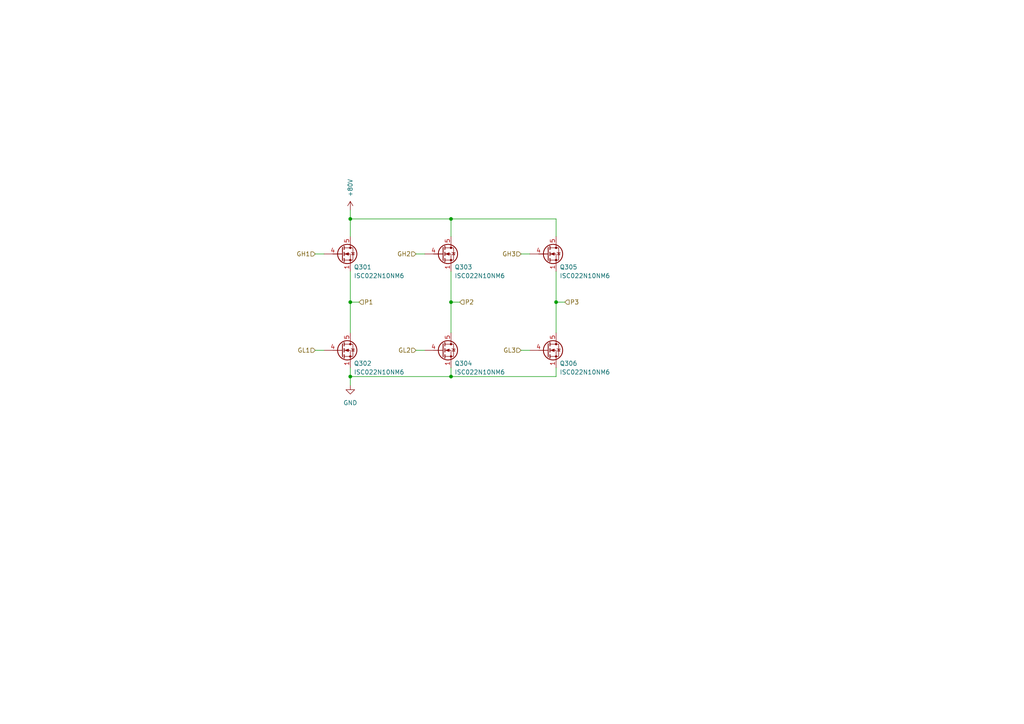
<source format=kicad_sch>
(kicad_sch (version 20250114) (generator "eeschema") (generator_version "9.0")
  (paper "A4")
  (title_block (title "${TITLE} - ${SUBTITLE}") (date "2025-09-12") (rev "${REV}") (company "openmc") (comment 1 "Armin S."))
  (lib_symbols
    (symbol "Transistor_FET:Q_NMOS_SSSGD_AvalancheRated" (pin_names (offset 0) (hide yes))
      (property "Reference" "Q" (at 5.08 1.905 0))
      (property "Value" "Q_NMOS_SSSGD_AvalancheRated" (at 5.08 0 0))
      (symbol "Q_NMOS_SSSGD_AvalancheRated_0_1"
        (polyline (pts (xy 0.254 1.905) (xy 0.254 -1.905)) (stroke (width 0.254)))
        (polyline (pts (xy 0.254 0) (xy -2.54 0)))
        (polyline (pts (xy 0.762 2.286) (xy 0.762 1.27)) (stroke (width 0.254)))
        (polyline (pts (xy 0.762 0.508) (xy 0.762 -0.508)) (stroke (width 0.254)))
        (polyline (pts (xy 0.762 -1.27) (xy 0.762 -2.286)) (stroke (width 0.254)))
        (polyline (pts (xy 0.762 -1.778) (xy 3.302 -1.778) (xy 3.302 1.778) (xy 0.762 1.778)))
        (polyline (pts (xy 1.016 0) (xy 2.032 0.381) (xy 2.032 -0.381) (xy 1.016 0)) (fill (type outline)))
        (circle (center 1.651 0) (radius 2.794) (stroke (width 0.254)))
        (polyline (pts (xy 2.54 2.54) (xy 2.54 1.778)))
        (circle (center 2.54 1.778) (radius 0.254) (fill (type outline)))
        (circle (center 2.54 -1.778) (radius 0.254) (fill (type outline)))
        (polyline (pts (xy 2.54 -2.54) (xy 2.54 0) (xy 0.762 0)))
        (polyline (pts (xy 2.794 0.508) (xy 2.921 0.381) (xy 3.683 0.381) (xy 3.81 0.254)))
        (polyline (pts (xy 3.302 0.381) (xy 2.921 -0.254) (xy 3.683 -0.254) (xy 3.302 0.381)))
      )
      (symbol "Q_NMOS_SSSGD_AvalancheRated_1_1"
        (pin input line (at -5.08 0 0) (length 5.08) (name "G") (number "4"))
        (pin passive line (at 2.54 5.08 270) (length 2.54) (name "D") (number "5"))
        (pin passive line (at 2.54 -5.08 90) (length 2.54) (name "S") (number "1"))
        (pin passive line (at 2.54 -5.08 90) (length 2.54) (hide yes) (name "S") (number "2"))
        (pin passive line (at 2.54 -5.08 90) (length 2.54) (hide yes) (name "S") (number "3"))
      )
    )
    (symbol "power:+48V" (power) (pin_numbers (hide yes)) (pin_names (offset 0) (hide yes))
      (property "Value" "+48V" (at 0 3.556 0))
      (symbol "+48V_0_1"
        (polyline (pts (xy -0.762 1.27) (xy 0 2.54)))
        (polyline (pts (xy 0 2.54) (xy 0.762 1.27)))
        (polyline (pts (xy 0 0) (xy 0 2.54)))
      )
      (symbol "+48V_1_1"
        (pin power_in line (at 0 0 90) (length 0) (name "~") (number "1"))
      )
    )
    (symbol "power:GND" (power) (pin_numbers (hide yes)) (pin_names (offset 0) (hide yes))
      (property "Value" "GND" (at 0 -3.81 0))
      (symbol "GND_0_1"
        (polyline (pts (xy 0 0) (xy 0 -1.27) (xy 1.27 -1.27) (xy 0 -2.54) (xy -1.27 -1.27) (xy 0 -1.27)))
      )
      (symbol "GND_1_1"
        (pin power_in line (at 0 0 270) (length 0) (name "~") (number "1"))
      )
    )
  )
  (junction (at 161.29 87.63))
  (junction (at 101.6 63.5))
  (junction (at 130.81 109.22))
  (junction (at 130.81 63.5))
  (junction (at 130.81 87.63))
  (junction (at 101.6 109.22))
  (junction (at 101.6 87.63))
  (wire (pts (xy 161.29 109.22) (xy 130.81 109.22)))
  (wire (pts (xy 101.6 78.74) (xy 101.6 87.63)))
  (wire (pts (xy 120.65 101.6) (xy 123.19 101.6)))
  (wire (pts (xy 151.13 101.6) (xy 153.67 101.6)))
  (wire (pts (xy 130.81 87.63) (xy 130.81 96.52)))
  (wire (pts (xy 161.29 63.5) (xy 130.81 63.5)))
  (wire (pts (xy 120.65 73.66) (xy 123.19 73.66)))
  (wire (pts (xy 161.29 68.58) (xy 161.29 63.5)))
  (wire (pts (xy 130.81 87.63) (xy 133.35 87.63)))
  (wire (pts (xy 161.29 106.68) (xy 161.29 109.22)))
  (wire (pts (xy 101.6 87.63) (xy 101.6 96.52)))
  (wire (pts (xy 130.81 63.5) (xy 130.81 68.58)))
  (wire (pts (xy 161.29 87.63) (xy 161.29 96.52)))
  (wire (pts (xy 91.44 101.6) (xy 93.98 101.6)))
  (wire (pts (xy 101.6 106.68) (xy 101.6 109.22)))
  (wire (pts (xy 130.81 109.22) (xy 101.6 109.22)))
  (wire (pts (xy 101.6 87.63) (xy 104.14 87.63)))
  (wire (pts (xy 101.6 109.22) (xy 101.6 111.76)))
  (wire (pts (xy 101.6 63.5) (xy 130.81 63.5)))
  (wire (pts (xy 151.13 73.66) (xy 153.67 73.66)))
  (wire (pts (xy 161.29 87.63) (xy 163.83 87.63)))
  (wire (pts (xy 130.81 78.74) (xy 130.81 87.63)))
  (wire (pts (xy 101.6 60.96) (xy 101.6 63.5)))
  (wire (pts (xy 101.6 68.58) (xy 101.6 63.5)))
  (wire (pts (xy 161.29 78.74) (xy 161.29 87.63)))
  (wire (pts (xy 91.44 73.66) (xy 93.98 73.66)))
  (wire (pts (xy 130.81 106.68) (xy 130.81 109.22)))
  (hierarchical_label "P1" (shape input) (at 104.14 87.63 0))
  (hierarchical_label "GL1" (shape input) (at 91.44 101.6 180))
  (hierarchical_label "GH3" (shape input) (at 151.13 73.66 180))
  (hierarchical_label "P3" (shape input) (at 163.83 87.63 0))
  (hierarchical_label "GH1" (shape input) (at 91.44 73.66 180))
  (hierarchical_label "P2" (shape input) (at 133.35 87.63 0))
  (hierarchical_label "GL3" (shape input) (at 151.13 101.6 180))
  (hierarchical_label "GH2" (shape input) (at 120.65 73.66 180))
  (hierarchical_label "GL2" (shape input) (at 120.65 101.6 180))
  (symbol (lib_id "power:+48V") (at 101.6 60.96 0) (unit 1)
    (property "Reference" "#PWR0201" (effects (hide yes)))
    (property "Value" "+80V" (at 101.5999 57.15 90) (effects (justify left)))
    (property "Description" "Power symbol creates a global label with name \"+48V\"" (effects (hide yes)))
    (instances (project "power" (path "" (reference "#PWR0301") (unit 1)) (path "" (reference "#PWR0201") (unit 1))))
  )
  (symbol (lib_id "power:GND") (at 101.6 111.76 0) (unit 1)
    (property "Reference" "#PWR0202" (effects (hide yes)))
    (property "Value" "GND" (at 101.6 116.84 0))
    (property "Description" "Power symbol creates a global label with name \"GND\" , ground" (effects (hide yes)))
    (instances (project "power" (path "" (reference "#PWR0302") (unit 1)) (path "" (reference "#PWR0202") (unit 1))))
  )
  (symbol (lib_id "Transistor_FET:Q_NMOS_SSSGD_AvalancheRated") (at 128.27 73.66 0) (unit 1)
    (property "Reference" "Q203" (at 131.826 77.47 0) (effects (justify left)))
    (property "Value" "ISC022N10NM6" (at 131.826 80.01 0) (effects (justify left)))
    (property "Footprint" "mcrmv:PowerPAK_SO-8_Single" (effects (hide yes)))
    (property "Datasheet" "https://www.infineon.com/assets/row/public/documents/non-assigned/49/Infineon-ISC022N10NM6-DataSheet-EN.pdf" (effects (hide yes)))
    (property "Description" "N-MOSFET transistor, source (pins 1-3)/gate/drain (pin 5), SO-8/SO-8F/SO-8FL/SON-8/PowerPAK-8/TDSON-8/VSON-8" (effects (hide yes)))
    (instances (project "power" (path "" (reference "Q303") (unit 1)) (path "" (reference "Q203") (unit 1))))
  )
  (symbol (lib_id "Transistor_FET:Q_NMOS_SSSGD_AvalancheRated") (at 158.75 101.6 0) (unit 1)
    (property "Reference" "Q206" (at 162.306 105.41 0) (effects (justify left)))
    (property "Value" "ISC022N10NM6" (at 162.306 107.95 0) (effects (justify left)))
    (property "Footprint" "mcrmv:PowerPAK_SO-8_Single" (effects (hide yes)))
    (property "Datasheet" "https://www.infineon.com/assets/row/public/documents/non-assigned/49/Infineon-ISC022N10NM6-DataSheet-EN.pdf" (effects (hide yes)))
    (property "Description" "N-MOSFET transistor, source (pins 1-3)/gate/drain (pin 5), SO-8/SO-8F/SO-8FL/SON-8/PowerPAK-8/TDSON-8/VSON-8" (effects (hide yes)))
    (instances (project "power" (path "" (reference "Q306") (unit 1)) (path "" (reference "Q206") (unit 1))))
  )
  (symbol (lib_id "Transistor_FET:Q_NMOS_SSSGD_AvalancheRated") (at 158.75 73.66 0) (unit 1)
    (property "Reference" "Q205" (at 162.306 77.47 0) (effects (justify left)))
    (property "Value" "ISC022N10NM6" (at 162.306 80.01 0) (effects (justify left)))
    (property "Footprint" "mcrmv:PowerPAK_SO-8_Single" (effects (hide yes)))
    (property "Datasheet" "https://www.infineon.com/assets/row/public/documents/non-assigned/49/Infineon-ISC022N10NM6-DataSheet-EN.pdf" (effects (hide yes)))
    (property "Description" "N-MOSFET transistor, source (pins 1-3)/gate/drain (pin 5), SO-8/SO-8F/SO-8FL/SON-8/PowerPAK-8/TDSON-8/VSON-8" (effects (hide yes)))
    (instances (project "power" (path "" (reference "Q305") (unit 1)) (path "" (reference "Q205") (unit 1))))
  )
  (symbol (lib_id "Transistor_FET:Q_NMOS_SSSGD_AvalancheRated") (at 99.06 73.66 0) (unit 1)
    (property "Reference" "Q201" (at 102.616 77.47 0) (effects (justify left)))
    (property "Value" "ISC022N10NM6" (at 102.616 80.01 0) (effects (justify left)))
    (property "Footprint" "mcrmv:PowerPAK_SO-8_Single" (effects (hide yes)))
    (property "Datasheet" "https://www.infineon.com/assets/row/public/documents/non-assigned/49/Infineon-ISC022N10NM6-DataSheet-EN.pdf" (effects (hide yes)))
    (property "Description" "N-MOSFET transistor, source (pins 1-3)/gate/drain (pin 5), SO-8/SO-8F/SO-8FL/SON-8/PowerPAK-8/TDSON-8/VSON-8" (effects (hide yes)))
    (instances (project "power" (path "" (reference "Q301") (unit 1)) (path "" (reference "Q201") (unit 1))))
  )
  (symbol (lib_id "Transistor_FET:Q_NMOS_SSSGD_AvalancheRated") (at 128.27 101.6 0) (unit 1)
    (property "Reference" "Q204" (at 131.826 105.41 0) (effects (justify left)))
    (property "Value" "ISC022N10NM6" (at 131.826 107.95 0) (effects (justify left)))
    (property "Footprint" "mcrmv:PowerPAK_SO-8_Single" (effects (hide yes)))
    (property "Datasheet" "https://www.infineon.com/assets/row/public/documents/non-assigned/49/Infineon-ISC022N10NM6-DataSheet-EN.pdf" (effects (hide yes)))
    (property "Description" "N-MOSFET transistor, source (pins 1-3)/gate/drain (pin 5), SO-8/SO-8F/SO-8FL/SON-8/PowerPAK-8/TDSON-8/VSON-8" (effects (hide yes)))
    (instances (project "power" (path "" (reference "Q304") (unit 1)) (path "" (reference "Q204") (unit 1))))
  )
  (symbol (lib_id "Transistor_FET:Q_NMOS_SSSGD_AvalancheRated") (at 99.06 101.6 0) (unit 1)
    (property "Reference" "Q202" (at 102.616 105.41 0) (effects (justify left)))
    (property "Value" "ISC022N10NM6" (at 102.616 107.95 0) (effects (justify left)))
    (property "Footprint" "mcrmv:PowerPAK_SO-8_Single" (effects (hide yes)))
    (property "Datasheet" "https://www.infineon.com/assets/row/public/documents/non-assigned/49/Infineon-ISC022N10NM6-DataSheet-EN.pdf" (effects (hide yes)))
    (property "Description" "N-MOSFET transistor, source (pins 1-3)/gate/drain (pin 5), SO-8/SO-8F/SO-8FL/SON-8/PowerPAK-8/TDSON-8/VSON-8" (effects (hide yes)))
    (instances (project "power" (path "" (reference "Q302") (unit 1)) (path "" (reference "Q202") (unit 1))))
  )
)
</source>
